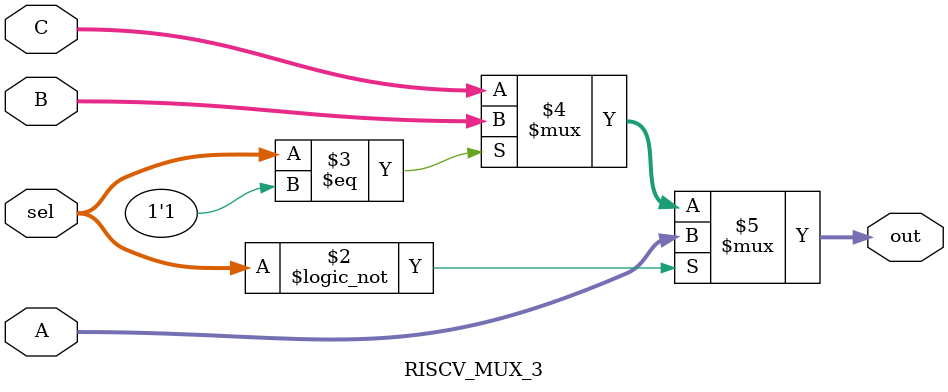
<source format=v>

module RISCV_MUX_3 (
    input [1:0] sel,
    input [31:0] A, B, C,
    output reg [31:0] out
);

always @(sel, A, B, C) begin
    out = (sel == 1'b0)? A : 
          (sel == 1'b1)? B : C;
end
    
endmodule

</source>
